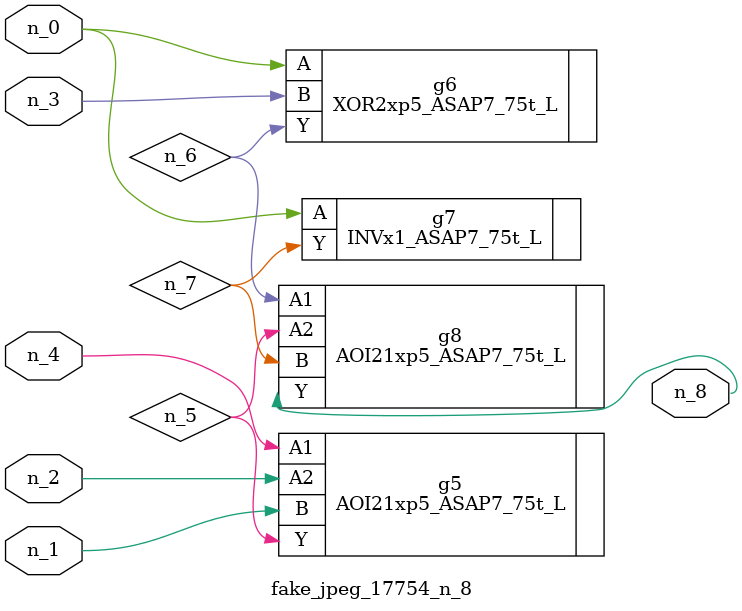
<source format=v>
module fake_jpeg_17754_n_8 (n_3, n_2, n_1, n_0, n_4, n_8);

input n_3;
input n_2;
input n_1;
input n_0;
input n_4;

output n_8;

wire n_6;
wire n_5;
wire n_7;

AOI21xp5_ASAP7_75t_L g5 ( 
.A1(n_4),
.A2(n_2),
.B(n_1),
.Y(n_5)
);

XOR2xp5_ASAP7_75t_L g6 ( 
.A(n_0),
.B(n_3),
.Y(n_6)
);

INVx1_ASAP7_75t_L g7 ( 
.A(n_0),
.Y(n_7)
);

AOI21xp5_ASAP7_75t_L g8 ( 
.A1(n_6),
.A2(n_5),
.B(n_7),
.Y(n_8)
);


endmodule
</source>
